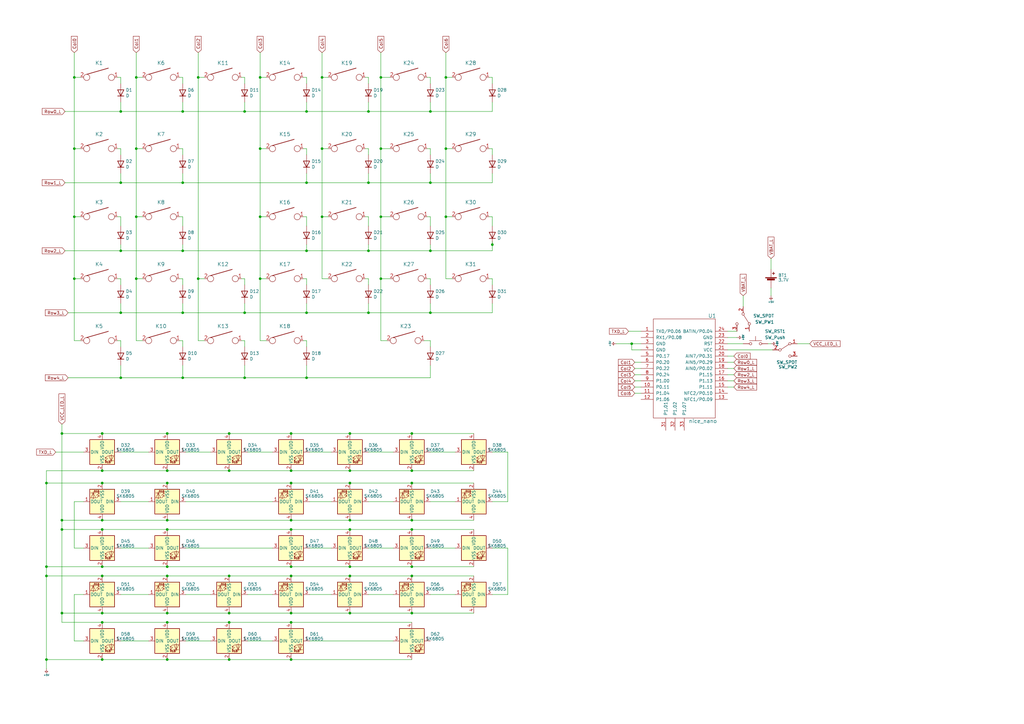
<source format=kicad_sch>
(kicad_sch (version 20230121) (generator eeschema)
  (paper "A3")
  (title_block (title "friendly_Split - Left") (date "2023-05-01") (rev "V1.0"))
  (junction (at 119.38 198.12))
  (junction (at 125.73 74.93))
  (junction (at 143.51 232.41))
  (junction (at 49.53 74.93))
  (junction (at 93.98 270.51))
  (junction (at 132.08 31.75))
  (junction (at 168.91 217.17))
  (junction (at 125.73 128.27))
  (junction (at 68.58 251.46))
  (junction (at 119.38 217.17))
  (junction (at 100.33 154.94))
  (junction (at 156.21 60.96))
  (junction (at 19.05 270.51))
  (junction (at 74.93 74.93))
  (junction (at 119.38 236.22))
  (junction (at 68.58 177.8))
  (junction (at 19.05 232.41))
  (junction (at 81.28 31.75))
  (junction (at 151.13 74.93))
  (junction (at 41.91 198.12))
  (junction (at 119.38 193.04))
  (junction (at 106.68 114.3))
  (junction (at 168.91 236.22))
  (junction (at 106.68 60.96))
  (junction (at 143.51 213.36))
  (junction (at 41.91 255.27))
  (junction (at 74.93 128.27))
  (junction (at 41.91 251.46))
  (junction (at 201.93 100.33))
  (junction (at 49.53 128.27))
  (junction (at 168.91 193.04))
  (junction (at 93.98 193.04))
  (junction (at 55.88 88.9))
  (junction (at 156.21 88.9))
  (junction (at 41.91 270.51))
  (junction (at 119.38 213.36))
  (junction (at 143.51 177.8))
  (junction (at 119.38 270.51))
  (junction (at 168.91 251.46))
  (junction (at 93.98 251.46))
  (junction (at 30.48 31.75))
  (junction (at 106.68 31.75))
  (junction (at 25.4 217.17))
  (junction (at 176.53 102.87))
  (junction (at 119.38 177.8))
  (junction (at 55.88 31.75))
  (junction (at 41.91 217.17))
  (junction (at 176.53 45.72))
  (junction (at 25.4 213.36))
  (junction (at 143.51 217.17))
  (junction (at 156.21 31.75))
  (junction (at 176.53 74.93))
  (junction (at 182.88 31.75))
  (junction (at 74.93 102.87))
  (junction (at 125.73 45.72))
  (junction (at 68.58 232.41))
  (junction (at 68.58 193.04))
  (junction (at 182.88 60.96))
  (junction (at 30.48 88.9))
  (junction (at 143.51 193.04))
  (junction (at 25.4 177.8))
  (junction (at 68.58 236.22))
  (junction (at 119.38 255.27))
  (junction (at 55.88 114.3))
  (junction (at 19.05 236.22))
  (junction (at 119.38 251.46))
  (junction (at 156.21 114.3))
  (junction (at 106.68 88.9))
  (junction (at 143.51 198.12))
  (junction (at 168.91 177.8))
  (junction (at 100.33 45.72))
  (junction (at 41.91 232.41))
  (junction (at 168.91 198.12))
  (junction (at 93.98 236.22))
  (junction (at 25.4 251.46))
  (junction (at 151.13 45.72))
  (junction (at 68.58 213.36))
  (junction (at 182.88 88.9))
  (junction (at 125.73 102.87))
  (junction (at 93.98 177.8))
  (junction (at 259.08 140.97))
  (junction (at 68.58 217.17))
  (junction (at 119.38 232.41))
  (junction (at 143.51 251.46))
  (junction (at 168.91 213.36))
  (junction (at 132.08 88.9))
  (junction (at 41.91 177.8))
  (junction (at 68.58 255.27))
  (junction (at 81.28 114.3))
  (junction (at 132.08 60.96))
  (junction (at 49.53 102.87))
  (junction (at 68.58 270.51))
  (junction (at 55.88 60.96))
  (junction (at 41.91 213.36))
  (junction (at 151.13 128.27))
  (junction (at 41.91 193.04))
  (junction (at 19.05 198.12))
  (junction (at 30.48 60.96))
  (junction (at 68.58 198.12))
  (junction (at 74.93 45.72))
  (junction (at 93.98 255.27))
  (junction (at 151.13 102.87))
  (junction (at 41.91 236.22))
  (junction (at 74.93 154.94))
  (junction (at 100.33 128.27))
  (junction (at 49.53 45.72))
  (junction (at 49.53 154.94))
  (junction (at 176.53 128.27))
  (junction (at 168.91 232.41))
  (junction (at 143.51 236.22))
  (junction (at 30.48 114.3))
  (junction (at 125.73 154.94))
  (wire (pts (xy 119.38 251.46) (xy 143.51 251.46)))
  (wire (pts (xy 19.05 198.12) (xy 19.05 232.41)))
  (wire (pts (xy 93.98 251.46) (xy 119.38 251.46)))
  (wire (pts (xy 41.91 177.8) (xy 68.58 177.8)))
  (wire (pts (xy 200.66 88.9) (xy 201.93 88.9)))
  (wire (pts (xy 151.13 128.27) (xy 125.73 128.27)))
  (wire (pts (xy 81.28 31.75) (xy 81.28 21.59)))
  (wire (pts (xy 262.89 143.51) (xy 259.08 143.51)))
  (wire (pts (xy 74.93 124.46) (xy 74.93 128.27)))
  (wire (pts (xy 151.13 185.42) (xy 161.29 185.42)))
  (wire (pts (xy 176.53 243.84) (xy 186.69 243.84)))
  (wire (pts (xy 74.93 41.91) (xy 74.93 45.72)))
  (wire (pts (xy 25.4 251.46) (xy 41.91 251.46)))
  (wire (pts (xy 125.73 41.91) (xy 125.73 45.72)))
  (wire (pts (xy 49.53 128.27) (xy 74.93 128.27)))
  (wire (pts (xy 49.53 224.79) (xy 60.96 224.79)))
  (wire (pts (xy 74.93 154.94) (xy 49.53 154.94)))
  (wire (pts (xy 176.53 124.46) (xy 176.53 128.27)))
  (wire (pts (xy 119.38 270.51) (xy 168.91 270.51)))
  (wire (pts (xy 260.35 156.21) (xy 262.89 156.21)))
  (wire (pts (xy 182.88 31.75) (xy 182.88 21.59)))
  (wire (pts (xy 58.42 139.7) (xy 55.88 139.7)))
  (wire (pts (xy 74.93 74.93) (xy 125.73 74.93)))
  (wire (pts (xy 109.22 139.7) (xy 106.68 139.7)))
  (wire (pts (xy 176.53 154.94) (xy 125.73 154.94)))
  (wire (pts (xy 151.13 124.46) (xy 151.13 128.27)))
  (wire (pts (xy 58.42 60.96) (xy 55.88 60.96)))
  (wire (pts (xy 175.26 88.9) (xy 176.53 88.9)))
  (wire (pts (xy 327.025 140.97) (xy 332.105 140.97)))
  (wire (pts (xy 125.73 102.87) (xy 151.13 102.87)))
  (wire (pts (xy 25.4 213.36) (xy 25.4 217.17)))
  (wire (pts (xy 49.53 114.3) (xy 49.53 116.84)))
  (wire (pts (xy 49.53 124.46) (xy 49.53 128.27)))
  (wire (pts (xy 176.53 71.12) (xy 176.53 74.93)))
  (wire (pts (xy 298.45 153.67) (xy 300.99 153.67)))
  (wire (pts (xy 201.93 114.3) (xy 201.93 116.84)))
  (wire (pts (xy 74.93 60.96) (xy 74.93 63.5)))
  (wire (pts (xy 33.02 31.75) (xy 30.48 31.75)))
  (wire (pts (xy 176.53 224.79) (xy 186.69 224.79)))
  (wire (pts (xy 125.73 60.96) (xy 125.73 63.5)))
  (wire (pts (xy 298.45 158.75) (xy 300.99 158.75)))
  (wire (pts (xy 99.06 31.75) (xy 100.33 31.75)))
  (wire (pts (xy 127 205.74) (xy 135.89 205.74)))
  (wire (pts (xy 106.68 88.9) (xy 106.68 60.96)))
  (wire (pts (xy 168.91 236.22) (xy 194.31 236.22)))
  (wire (pts (xy 176.53 41.91) (xy 176.53 45.72)))
  (wire (pts (xy 109.22 114.3) (xy 106.68 114.3)))
  (wire (pts (xy 74.93 45.72) (xy 100.33 45.72)))
  (wire (pts (xy 151.13 205.74) (xy 161.29 205.74)))
  (wire (pts (xy 158.75 139.7) (xy 156.21 139.7)))
  (wire (pts (xy 151.13 41.91) (xy 151.13 45.72)))
  (wire (pts (xy 201.93 71.12) (xy 201.93 74.93)))
  (wire (pts (xy 176.53 45.72) (xy 201.93 45.72)))
  (wire (pts (xy 176.53 205.74) (xy 186.69 205.74)))
  (wire (pts (xy 149.86 31.75) (xy 151.13 31.75)))
  (wire (pts (xy 106.68 139.7) (xy 106.68 114.3)))
  (wire (pts (xy 41.91 232.41) (xy 68.58 232.41)))
  (wire (pts (xy 19.05 232.41) (xy 41.91 232.41)))
  (wire (pts (xy 19.05 270.51) (xy 19.05 274.32)))
  (wire (pts (xy 30.48 31.75) (xy 30.48 21.59)))
  (wire (pts (xy 55.88 60.96) (xy 55.88 31.75)))
  (wire (pts (xy 41.91 251.46) (xy 68.58 251.46)))
  (wire (pts (xy 74.93 139.7) (xy 74.93 142.24)))
  (wire (pts (xy 143.51 177.8) (xy 168.91 177.8)))
  (wire (pts (xy 26.67 45.72) (xy 49.53 45.72)))
  (wire (pts (xy 68.58 232.41) (xy 119.38 232.41)))
  (wire (pts (xy 55.88 114.3) (xy 55.88 88.9)))
  (wire (pts (xy 143.51 213.36) (xy 168.91 213.36)))
  (wire (pts (xy 201.93 31.75) (xy 201.93 34.29)))
  (wire (pts (xy 76.2 262.89) (xy 86.36 262.89)))
  (wire (pts (xy 127 262.89) (xy 161.29 262.89)))
  (wire (pts (xy 260.35 148.59) (xy 262.89 148.59)))
  (wire (pts (xy 33.02 88.9) (xy 30.48 88.9)))
  (wire (pts (xy 25.4 251.46) (xy 25.4 255.27)))
  (wire (pts (xy 200.66 60.96) (xy 201.93 60.96)))
  (wire (pts (xy 168.91 251.46) (xy 194.31 251.46)))
  (wire (pts (xy 76.2 205.74) (xy 111.76 205.74)))
  (wire (pts (xy 83.82 114.3) (xy 81.28 114.3)))
  (wire (pts (xy 49.53 102.87) (xy 26.67 102.87)))
  (wire (pts (xy 58.42 114.3) (xy 55.88 114.3)))
  (wire (pts (xy 109.22 60.96) (xy 106.68 60.96)))
  (wire (pts (xy 30.48 60.96) (xy 30.48 88.9)))
  (wire (pts (xy 74.93 31.75) (xy 74.93 34.29)))
  (wire (pts (xy 201.93 124.46) (xy 201.93 128.27)))
  (wire (pts (xy 25.4 213.36) (xy 41.91 213.36)))
  (wire (pts (xy 106.68 60.96) (xy 106.68 31.75)))
  (wire (pts (xy 25.4 217.17) (xy 25.4 251.46)))
  (wire (pts (xy 134.62 31.75) (xy 132.08 31.75)))
  (wire (pts (xy 132.08 114.3) (xy 132.08 88.9)))
  (wire (pts (xy 208.28 243.84) (xy 201.93 243.84)))
  (wire (pts (xy 49.53 100.33) (xy 49.53 102.87)))
  (wire (pts (xy 149.86 114.3) (xy 151.13 114.3)))
  (wire (pts (xy 168.91 217.17) (xy 194.31 217.17)))
  (wire (pts (xy 55.88 88.9) (xy 55.88 60.96)))
  (wire (pts (xy 49.53 149.86) (xy 49.53 154.94)))
  (wire (pts (xy 176.53 102.87) (xy 201.93 102.87)))
  (wire (pts (xy 176.53 185.42) (xy 186.69 185.42)))
  (wire (pts (xy 125.73 31.75) (xy 125.73 34.29)))
  (wire (pts (xy 19.05 236.22) (xy 19.05 270.51)))
  (wire (pts (xy 151.13 71.12) (xy 151.13 74.93)))
  (wire (pts (xy 25.4 177.8) (xy 25.4 213.36)))
  (wire (pts (xy 160.02 88.9) (xy 156.21 88.9)))
  (wire (pts (xy 58.42 88.9) (xy 55.88 88.9)))
  (wire (pts (xy 19.05 193.04) (xy 41.91 193.04)))
  (wire (pts (xy 168.91 198.12) (xy 194.31 198.12)))
  (wire (pts (xy 151.13 100.33) (xy 151.13 102.87)))
  (wire (pts (xy 125.73 71.12) (xy 125.73 74.93)))
  (wire (pts (xy 176.53 88.9) (xy 176.53 92.71)))
  (wire (pts (xy 30.48 262.89) (xy 34.29 262.89)))
  (wire (pts (xy 68.58 198.12) (xy 119.38 198.12)))
  (wire (pts (xy 106.68 31.75) (xy 106.68 21.59)))
  (wire (pts (xy 124.46 114.3) (xy 125.73 114.3)))
  (wire (pts (xy 49.53 88.9) (xy 49.53 92.71)))
  (wire (pts (xy 151.13 60.96) (xy 151.13 63.5)))
  (wire (pts (xy 41.91 198.12) (xy 68.58 198.12)))
  (wire (pts (xy 49.53 139.7) (xy 49.53 142.24)))
  (wire (pts (xy 30.48 88.9) (xy 30.48 114.3)))
  (wire (pts (xy 76.2 243.84) (xy 86.36 243.84)))
  (wire (pts (xy 73.66 60.96) (xy 74.93 60.96)))
  (wire (pts (xy 143.51 232.41) (xy 168.91 232.41)))
  (wire (pts (xy 41.91 236.22) (xy 68.58 236.22)))
  (wire (pts (xy 109.22 31.75) (xy 106.68 31.75)))
  (wire (pts (xy 151.13 224.79) (xy 161.29 224.79)))
  (wire (pts (xy 19.05 270.51) (xy 41.91 270.51)))
  (wire (pts (xy 185.42 88.9) (xy 182.88 88.9)))
  (wire (pts (xy 143.51 251.46) (xy 168.91 251.46)))
  (wire (pts (xy 298.45 135.89) (xy 302.26 135.89)))
  (wire (pts (xy 74.93 71.12) (xy 74.93 74.93)))
  (wire (pts (xy 19.05 236.22) (xy 41.91 236.22)))
  (wire (pts (xy 119.38 236.22) (xy 143.51 236.22)))
  (wire (pts (xy 76.2 224.79) (xy 111.76 224.79)))
  (wire (pts (xy 168.91 232.41) (xy 194.31 232.41)))
  (wire (pts (xy 125.73 45.72) (xy 151.13 45.72)))
  (wire (pts (xy 125.73 149.86) (xy 125.73 154.94)))
  (wire (pts (xy 100.33 139.7) (xy 100.33 142.24)))
  (wire (pts (xy 316.23 118.11) (xy 316.23 121.285)))
  (wire (pts (xy 73.66 139.7) (xy 74.93 139.7)))
  (wire (pts (xy 73.66 114.3) (xy 74.93 114.3)))
  (wire (pts (xy 314.96 140.97) (xy 316.23 140.97)))
  (wire (pts (xy 48.26 31.75) (xy 49.53 31.75)))
  (wire (pts (xy 259.08 140.97) (xy 252.73 140.97)))
  (wire (pts (xy 134.62 60.96) (xy 132.08 60.96)))
  (wire (pts (xy 76.2 185.42) (xy 86.36 185.42)))
  (wire (pts (xy 125.73 114.3) (xy 125.73 116.84)))
  (wire (pts (xy 30.48 205.74) (xy 30.48 224.79)))
  (wire (pts (xy 143.51 217.17) (xy 168.91 217.17)))
  (wire (pts (xy 168.91 213.36) (xy 194.31 213.36)))
  (wire (pts (xy 127 243.84) (xy 135.89 243.84)))
  (wire (pts (xy 30.48 114.3) (xy 30.48 139.7)))
  (wire (pts (xy 68.58 270.51) (xy 93.98 270.51)))
  (wire (pts (xy 260.35 161.29) (xy 262.89 161.29)))
  (wire (pts (xy 156.21 88.9) (xy 156.21 60.96)))
  (wire (pts (xy 125.73 102.87) (xy 74.93 102.87)))
  (wire (pts (xy 93.98 177.8) (xy 119.38 177.8)))
  (wire (pts (xy 298.45 140.97) (xy 304.8 140.97)))
  (wire (pts (xy 127 185.42) (xy 135.89 185.42)))
  (wire (pts (xy 160.02 60.96) (xy 156.21 60.96)))
  (wire (pts (xy 151.13 114.3) (xy 151.13 116.84)))
  (wire (pts (xy 68.58 236.22) (xy 93.98 236.22)))
  (wire (pts (xy 30.48 31.75) (xy 30.48 60.96)))
  (wire (pts (xy 41.91 217.17) (xy 68.58 217.17)))
  (wire (pts (xy 74.93 128.27) (xy 100.33 128.27)))
  (wire (pts (xy 119.38 255.27) (xy 168.91 255.27)))
  (wire (pts (xy 33.02 60.96) (xy 30.48 60.96)))
  (wire (pts (xy 176.53 139.7) (xy 176.53 142.24)))
  (wire (pts (xy 119.38 232.41) (xy 143.51 232.41)))
  (wire (pts (xy 200.66 114.3) (xy 201.93 114.3)))
  (wire (pts (xy 125.73 154.94) (xy 100.33 154.94)))
  (wire (pts (xy 48.26 60.96) (xy 49.53 60.96)))
  (wire (pts (xy 49.53 243.84) (xy 60.96 243.84)))
  (wire (pts (xy 125.73 100.33) (xy 125.73 102.87)))
  (wire (pts (xy 83.82 139.7) (xy 81.28 139.7)))
  (wire (pts (xy 22.86 185.42) (xy 34.29 185.42)))
  (wire (pts (xy 41.91 270.51) (xy 68.58 270.51)))
  (wire (pts (xy 156.21 139.7) (xy 156.21 114.3)))
  (wire (pts (xy 74.93 149.86) (xy 74.93 154.94)))
  (wire (pts (xy 49.53 41.91) (xy 49.53 45.72)))
  (wire (pts (xy 74.93 102.87) (xy 49.53 102.87)))
  (wire (pts (xy 175.26 60.96) (xy 176.53 60.96)))
  (wire (pts (xy 119.38 213.36) (xy 143.51 213.36)))
  (wire (pts (xy 208.28 185.42) (xy 208.28 205.74)))
  (wire (pts (xy 143.51 193.04) (xy 168.91 193.04)))
  (wire (pts (xy 262.89 140.97) (xy 259.08 140.97)))
  (wire (pts (xy 176.53 60.96) (xy 176.53 63.5)))
  (wire (pts (xy 175.26 31.75) (xy 176.53 31.75)))
  (wire (pts (xy 19.05 198.12) (xy 41.91 198.12)))
  (wire (pts (xy 25.4 177.8) (xy 41.91 177.8)))
  (wire (pts (xy 49.53 60.96) (xy 49.53 63.5)))
  (wire (pts (xy 151.13 243.84) (xy 161.29 243.84)))
  (wire (pts (xy 149.86 88.9) (xy 151.13 88.9)))
  (wire (pts (xy 149.86 60.96) (xy 151.13 60.96)))
  (wire (pts (xy 125.73 128.27) (xy 100.33 128.27)))
  (wire (pts (xy 119.38 177.8) (xy 143.51 177.8)))
  (wire (pts (xy 176.53 31.75) (xy 176.53 34.29)))
  (wire (pts (xy 298.45 156.21) (xy 300.99 156.21)))
  (wire (pts (xy 201.93 100.33) (xy 201.93 102.87)))
  (wire (pts (xy 119.38 193.04) (xy 143.51 193.04)))
  (wire (pts (xy 156.21 114.3) (xy 156.21 88.9)))
  (wire (pts (xy 68.58 213.36) (xy 119.38 213.36)))
  (wire (pts (xy 156.21 31.75) (xy 156.21 21.59)))
  (wire (pts (xy 93.98 193.04) (xy 119.38 193.04)))
  (wire (pts (xy 81.28 139.7) (xy 81.28 114.3)))
  (wire (pts (xy 41.91 193.04) (xy 68.58 193.04)))
  (wire (pts (xy 298.45 138.43) (xy 302.26 138.43)))
  (wire (pts (xy 124.46 88.9) (xy 125.73 88.9)))
  (wire (pts (xy 134.62 88.9) (xy 132.08 88.9)))
  (wire (pts (xy 100.33 41.91) (xy 100.33 45.72)))
  (wire (pts (xy 201.93 99.06) (xy 201.93 100.33)))
  (wire (pts (xy 168.91 177.8) (xy 194.31 177.8)))
  (wire (pts (xy 33.02 139.7) (xy 30.48 139.7)))
  (wire (pts (xy 156.21 60.96) (xy 156.21 31.75)))
  (wire (pts (xy 100.33 154.94) (xy 74.93 154.94)))
  (wire (pts (xy 101.6 243.84) (xy 111.76 243.84)))
  (wire (pts (xy 19.05 232.41) (xy 19.05 236.22)))
  (wire (pts (xy 132.08 60.96) (xy 132.08 31.75)))
  (wire (pts (xy 125.73 124.46) (xy 125.73 128.27)))
  (wire (pts (xy 143.51 198.12) (xy 168.91 198.12)))
  (wire (pts (xy 125.73 139.7) (xy 125.73 142.24)))
  (wire (pts (xy 99.06 139.7) (xy 100.33 139.7)))
  (wire (pts (xy 143.51 236.22) (xy 168.91 236.22)))
  (wire (pts (xy 109.22 88.9) (xy 106.68 88.9)))
  (wire (pts (xy 41.91 213.36) (xy 68.58 213.36)))
  (wire (pts (xy 73.66 88.9) (xy 74.93 88.9)))
  (wire (pts (xy 176.53 128.27) (xy 151.13 128.27)))
  (wire (pts (xy 49.53 185.42) (xy 60.96 185.42)))
  (wire (pts (xy 93.98 236.22) (xy 119.38 236.22)))
  (wire (pts (xy 259.08 143.51) (xy 259.08 140.97)))
  (wire (pts (xy 49.53 71.12) (xy 49.53 74.93)))
  (wire (pts (xy 25.4 255.27) (xy 41.91 255.27)))
  (wire (pts (xy 160.02 114.3) (xy 156.21 114.3)))
  (wire (pts (xy 200.66 31.75) (xy 201.93 31.75)))
  (wire (pts (xy 132.08 31.75) (xy 132.08 21.59)))
  (wire (pts (xy 25.4 173.99) (xy 25.4 177.8)))
  (wire (pts (xy 151.13 102.87) (xy 176.53 102.87)))
  (wire (pts (xy 176.53 114.3) (xy 176.53 116.84)))
  (wire (pts (xy 55.88 139.7) (xy 55.88 114.3)))
  (wire (pts (xy 100.33 31.75) (xy 100.33 34.29)))
  (wire (pts (xy 151.13 31.75) (xy 151.13 34.29)))
  (wire (pts (xy 100.33 124.46) (xy 100.33 128.27)))
  (wire (pts (xy 260.35 153.67) (xy 262.89 153.67)))
  (wire (pts (xy 298.45 148.59) (xy 300.99 148.59)))
  (wire (pts (xy 68.58 217.17) (xy 119.38 217.17)))
  (wire (pts (xy 48.26 114.3) (xy 49.53 114.3)))
  (wire (pts (xy 30.48 224.79) (xy 34.29 224.79)))
  (wire (pts (xy 119.38 198.12) (xy 143.51 198.12)))
  (wire (pts (xy 124.46 31.75) (xy 125.73 31.75)))
  (wire (pts (xy 201.93 41.91) (xy 201.93 45.72)))
  (wire (pts (xy 173.99 139.7) (xy 176.53 139.7)))
  (wire (pts (xy 74.93 100.33) (xy 74.93 102.87)))
  (wire (pts (xy 185.42 114.3) (xy 182.88 114.3)))
  (wire (pts (xy 101.6 185.42) (xy 111.76 185.42)))
  (wire (pts (xy 208.28 224.79) (xy 208.28 243.84)))
  (wire (pts (xy 151.13 45.72) (xy 176.53 45.72)))
  (wire (pts (xy 185.42 31.75) (xy 182.88 31.75)))
  (wire (pts (xy 30.48 243.84) (xy 30.48 262.89)))
  (wire (pts (xy 48.26 139.7) (xy 49.53 139.7)))
  (wire (pts (xy 201.93 88.9) (xy 201.93 92.71)))
  (wire (pts (xy 25.4 217.17) (xy 41.91 217.17)))
  (wire (pts (xy 201.93 185.42) (xy 208.28 185.42)))
  (wire (pts (xy 201.93 60.96) (xy 201.93 63.5)))
  (wire (pts (xy 49.53 31.75) (xy 49.53 34.29)))
  (wire (pts (xy 127 224.79) (xy 135.89 224.79)))
  (wire (pts (xy 100.33 45.72) (xy 125.73 45.72)))
  (wire (pts (xy 151.13 74.93) (xy 176.53 74.93)))
  (wire (pts (xy 55.88 31.75) (xy 55.88 21.59)))
  (wire (pts (xy 48.26 88.9) (xy 49.53 88.9)))
  (wire (pts (xy 27.94 128.27) (xy 49.53 128.27)))
  (wire (pts (xy 68.58 193.04) (xy 93.98 193.04)))
  (wire (pts (xy 100.33 149.86) (xy 100.33 154.94)))
  (wire (pts (xy 208.28 205.74) (xy 201.93 205.74)))
  (wire (pts (xy 73.66 31.75) (xy 74.93 31.75)))
  (wire (pts (xy 182.88 114.3) (xy 182.88 88.9)))
  (wire (pts (xy 125.73 88.9) (xy 125.73 92.71)))
  (wire (pts (xy 68.58 255.27) (xy 93.98 255.27)))
  (wire (pts (xy 176.53 100.33) (xy 176.53 102.87)))
  (wire (pts (xy 34.29 205.74) (xy 30.48 205.74)))
  (wire (pts (xy 132.08 88.9) (xy 132.08 60.96)))
  (wire (pts (xy 93.98 255.27) (xy 119.38 255.27)))
  (wire (pts (xy 58.42 31.75) (xy 55.88 31.75)))
  (wire (pts (xy 201.93 224.79) (xy 208.28 224.79)))
  (wire (pts (xy 99.06 114.3) (xy 100.33 114.3)))
  (wire (pts (xy 151.13 88.9) (xy 151.13 92.71)))
  (wire (pts (xy 74.93 88.9) (xy 74.93 92.71)))
  (wire (pts (xy 49.53 154.94) (xy 27.94 154.94)))
  (wire (pts (xy 182.88 88.9) (xy 182.88 60.96)))
  (wire (pts (xy 304.8 121.285) (xy 304.8 125.73)))
  (wire (pts (xy 298.45 151.13) (xy 300.99 151.13)))
  (wire (pts (xy 74.93 114.3) (xy 74.93 116.84)))
  (wire (pts (xy 68.58 177.8) (xy 93.98 177.8)))
  (wire (pts (xy 93.98 270.51) (xy 119.38 270.51)))
  (wire (pts (xy 175.26 114.3) (xy 176.53 114.3)))
  (wire (pts (xy 182.88 60.96) (xy 182.88 31.75)))
  (wire (pts (xy 260.35 151.13) (xy 262.89 151.13)))
  (wire (pts (xy 298.45 146.05) (xy 300.99 146.05)))
  (wire (pts (xy 34.29 243.84) (xy 30.48 243.84)))
  (wire (pts (xy 26.67 74.93) (xy 49.53 74.93)))
  (wire (pts (xy 41.91 255.27) (xy 68.58 255.27)))
  (wire (pts (xy 260.35 158.75) (xy 262.89 158.75)))
  (wire (pts (xy 19.05 193.04) (xy 19.05 198.12)))
  (wire (pts (xy 33.02 114.3) (xy 30.48 114.3)))
  (wire (pts (xy 124.46 139.7) (xy 125.73 139.7)))
  (wire (pts (xy 49.53 45.72) (xy 74.93 45.72)))
  (wire (pts (xy 176.53 149.86) (xy 176.53 154.94)))
  (wire (pts (xy 316.23 106.045) (xy 316.23 110.49)))
  (wire (pts (xy 68.58 251.46) (xy 93.98 251.46)))
  (wire (pts (xy 176.53 74.93) (xy 201.93 74.93)))
  (wire (pts (xy 49.53 74.93) (xy 74.93 74.93)))
  (wire (pts (xy 201.93 128.27) (xy 176.53 128.27)))
  (wire (pts (xy 119.38 217.17) (xy 143.51 217.17)))
  (wire (pts (xy 106.68 114.3) (xy 106.68 88.9)))
  (wire (pts (xy 160.02 31.75) (xy 156.21 31.75)))
  (wire (pts (xy 168.91 193.04) (xy 194.31 193.04)))
  (wire (pts (xy 49.53 205.74) (xy 60.96 205.74)))
  (wire (pts (xy 81.28 114.3) (xy 81.28 31.75)))
  (wire (pts (xy 257.81 135.89) (xy 262.89 135.89)))
  (wire (pts (xy 298.45 143.51) (xy 316.865 143.51)))
  (wire (pts (xy 125.73 74.93) (xy 151.13 74.93)))
  (wire (pts (xy 100.33 114.3) (xy 100.33 116.84)))
  (wire (pts (xy 49.53 262.89) (xy 60.96 262.89)))
  (wire (pts (xy 101.6 262.89) (xy 111.76 262.89)))
  (wire (pts (xy 185.42 60.96) (xy 182.88 60.96)))
  (wire (pts (xy 124.46 60.96) (xy 125.73 60.96)))
  (wire (pts (xy 83.82 31.75) (xy 81.28 31.75)))
  (wire (pts (xy 134.62 114.3) (xy 132.08 114.3)))
  (global_label "VCC_LED_L" (shape input) (at 332.105 140.97 0) (property "Intersheetrefs" "${INTERSHEET_REFS}" (effects hide)))
  (global_label "Col0" (shape input) (at 300.99 146.05 0) (property "Intersheetrefs" "${INTERSHEET_REFS}" (effects hide)))
  (global_label "Col6" (shape input) (at 260.35 161.29 180) (property "Intersheetrefs" "${INTERSHEET_REFS}" (effects hide)))
  (global_label "Col5" (shape input) (at 260.35 158.75 180) (property "Intersheetrefs" "${INTERSHEET_REFS}" (effects hide)))
  (global_label "Row2_L" (shape input) (at 300.99 153.67 0) (property "Intersheetrefs" "${INTERSHEET_REFS}" (effects hide)))
  (global_label "Col6" (shape input) (at 182.88 21.59 90) (property "Intersheetrefs" "${INTERSHEET_REFS}" (effects hide)))
  (global_label "VCC_LED_L" (shape input) (at 25.4 173.99 90) (property "Intersheetrefs" "${INTERSHEET_REFS}" (effects hide)))
  (global_label "Row1_L" (shape input) (at 26.67 74.93 180) (property "Intersheetrefs" "${INTERSHEET_REFS}" (effects hide)))
  (global_label "Row3_L" (shape input) (at 27.94 128.27 180) (property "Intersheetrefs" "${INTERSHEET_REFS}" (effects hide)))
  (global_label "Col2" (shape input) (at 81.28 21.59 90) (property "Intersheetrefs" "${INTERSHEET_REFS}" (effects hide)))
  (global_label "Row1_L" (shape input) (at 300.99 151.13 0) (property "Intersheetrefs" "${INTERSHEET_REFS}" (effects hide)))
  (global_label "Col1" (shape input) (at 55.88 21.59 90) (property "Intersheetrefs" "${INTERSHEET_REFS}" (effects hide)))
  (global_label "Col4" (shape input) (at 260.35 156.21 180) (property "Intersheetrefs" "${INTERSHEET_REFS}" (effects hide)))
  (global_label "Col3" (shape input) (at 260.35 153.67 180) (property "Intersheetrefs" "${INTERSHEET_REFS}" (effects hide)))
  (global_label "TXD_L" (shape input) (at 257.81 135.89 180) (property "Intersheetrefs" "${INTERSHEET_REFS}" (effects hide)))
  (global_label "Col5" (shape input) (at 156.21 21.59 90) (property "Intersheetrefs" "${INTERSHEET_REFS}" (effects hide)))
  (global_label "VBAT_L" (shape input) (at 316.23 106.045 90) (property "Intersheetrefs" "${INTERSHEET_REFS}" (effects hide)))
  (global_label "Col2" (shape input) (at 260.35 151.13 180) (property "Intersheetrefs" "${INTERSHEET_REFS}" (effects hide)))
  (global_label "VBAT_L" (shape input) (at 304.8 121.285 90) (property "Intersheetrefs" "${INTERSHEET_REFS}" (effects hide)))
  (global_label "Row0_L" (shape input) (at 26.67 45.72 180) (property "Intersheetrefs" "${INTERSHEET_REFS}" (effects hide)))
  (global_label "Col1" (shape input) (at 260.35 148.59 180) (property "Intersheetrefs" "${INTERSHEET_REFS}" (effects hide)))
  (global_label "Col4" (shape input) (at 132.08 21.59 90) (property "Intersheetrefs" "${INTERSHEET_REFS}" (effects hide)))
  (global_label "Col3" (shape input) (at 106.68 21.59 90) (property "Intersheetrefs" "${INTERSHEET_REFS}" (effects hide)))
  (global_label "Row4_L" (shape input) (at 300.99 158.75 0) (property "Intersheetrefs" "${INTERSHEET_REFS}" (effects hide)))
  (global_label "Col0" (shape input) (at 30.48 21.59 90) (property "Intersheetrefs" "${INTERSHEET_REFS}" (effects hide)))
  (global_label "Row0_L" (shape input) (at 300.99 148.59 0) (property "Intersheetrefs" "${INTERSHEET_REFS}" (effects hide)))
  (global_label "Row2_L" (shape input) (at 26.67 102.87 180) (property "Intersheetrefs" "${INTERSHEET_REFS}" (effects hide)))
  (global_label "TXD_L" (shape input) (at 22.86 185.42 180) (property "Intersheetrefs" "${INTERSHEET_REFS}" (effects hide)))
  (global_label "Row4_L" (shape input) (at 27.94 154.94 180) (property "Intersheetrefs" "${INTERSHEET_REFS}" (effects hide)))
  (global_label "Row3_L" (shape input) (at 300.99 156.21 0) (property "Intersheetrefs" "${INTERSHEET_REFS}" (effects hide)))
  (symbol (lib_id "nice_nano:nice_nano") (at 280.67 149.86 0) (unit 1)
    (property "Reference" "U1" (at 292.1 129.54 0) (effects (font (size 1.524 1.524))))
    (property "Value" "nice_nano" (at 288.29 172.72 0) (effects (font (size 1.524 1.524))))
    (property "Footprint" "nice-nano-kicad:nice_nano_mod" (effects hide))
  )
  (symbol (lib_id "friendlySplit_left-rescue:GND-keyboard_parts") (at 252.73 140.97 270) (unit 1)
    (property "Reference" "#PWR0101" (effects hide))
    (property "Value" "GND" (at 250.19 140.97 0) (effects (font (size 0.762 0.762))))
  )
  (symbol (lib_id "friendlySplit_left-rescue:GND-keyboard_parts") (at 302.26 138.43 90) (unit 1)
    (property "Reference" "#PWR0102" (effects hide))
    (property "Value" "GND" (at 304.8 138.43 0) (effects (font (size 0.762 0.762))))
  )
  (symbol (lib_id "friendlySplit_left-rescue:KEYSW-keyboard_parts") (at 40.64 31.75 0) (unit 1)
    (property "Reference" "K1" (at 40.64 25.8318 0) (effects (font (size 1.524 1.524))))
    (property "Value" "KEYSW" (effects hide))
    (property "Footprint" "PCM_Switch_Keyboard_Kailh:SW_Kailh_Choc_V1V2_1.00u" (effects hide))
  )
  (symbol (lib_id "Device:D") (at 49.53 38.1 90) (unit 1)
    (property "Reference" "D1" (at 51.562 36.9316 90) (effects (justify right)))
    (property "Value" "D" (at 51.562 39.243 90) (effects (justify right)))
    (property "Footprint" "Diode_SMD:D_SOD-123" (effects hide))
  )
  (symbol (lib_id "friendlySplit_left-rescue:KEYSW-keyboard_parts") (at 66.04 31.75 0) (unit 1)
    (property "Reference" "K6" (at 66.04 25.8318 0) (effects (font (size 1.524 1.524))))
    (property "Value" "KEYSW" (effects hide))
    (property "Footprint" "PCM_Switch_Keyboard_Kailh:SW_Kailh_Choc_V1V2_1.00u" (effects hide))
  )
  (symbol (lib_id "friendlySplit_left-rescue:KEYSW-keyboard_parts") (at 91.44 31.75 0) (unit 1)
    (property "Reference" "K11" (at 91.44 25.8318 0) (effects (font (size 1.524 1.524))))
    (property "Value" "KEYSW" (effects hide))
    (property "Footprint" "PCM_Switch_Keyboard_Kailh:SW_Kailh_Choc_V1V2_1.00u" (effects hide))
  )
  (symbol (lib_id "friendlySplit_left-rescue:KEYSW-keyboard_parts") (at 116.84 31.75 0) (unit 1)
    (property "Reference" "K14" (at 116.84 25.8318 0) (effects (font (size 1.524 1.524))))
    (property "Value" "KEYSW" (effects hide))
    (property "Footprint" "PCM_Switch_Keyboard_Kailh:SW_Kailh_Choc_V1V2_1.00u" (effects hide))
  )
  (symbol (lib_id "friendlySplit_left-rescue:KEYSW-keyboard_parts") (at 142.24 31.75 0) (unit 1)
    (property "Reference" "K19" (at 142.24 25.8318 0) (effects (font (size 1.524 1.524))))
    (property "Value" "KEYSW" (effects hide))
    (property "Footprint" "PCM_Switch_Keyboard_Kailh:SW_Kailh_Choc_V1V2_1.00u" (effects hide))
  )
  (symbol (lib_id "friendlySplit_left-rescue:KEYSW-keyboard_parts") (at 167.64 31.75 0) (unit 1)
    (property "Reference" "K24" (at 167.64 25.8318 0) (effects (font (size 1.524 1.524))))
    (property "Value" "KEYSW" (effects hide))
    (property "Footprint" "PCM_Switch_Keyboard_Kailh:SW_Kailh_Choc_V1V2_1.00u" (effects hide))
  )
  (symbol (lib_id "friendlySplit_left-rescue:KEYSW-keyboard_parts") (at 193.04 31.75 0) (unit 1)
    (property "Reference" "K28" (at 193.04 25.8318 0) (effects (font (size 1.524 1.524))))
    (property "Value" "KEYSW" (effects hide))
    (property "Footprint" "PCM_Switch_Keyboard_Kailh:SW_Kailh_Choc_V1V2_1.00u" (effects hide))
  )
  (symbol (lib_id "Device:D") (at 74.93 38.1 90) (unit 1)
    (property "Reference" "D6" (at 76.962 36.9316 90) (effects (justify right)))
    (property "Value" "D" (at 76.962 39.243 90) (effects (justify right)))
    (property "Footprint" "Diode_SMD:D_SOD-123" (effects hide))
  )
  (symbol (lib_id "Device:D") (at 100.33 38.1 90) (unit 1)
    (property "Reference" "D11" (at 102.362 36.9316 90) (effects (justify right)))
    (property "Value" "D" (at 102.362 39.243 90) (effects (justify right)))
    (property "Footprint" "Diode_SMD:D_SOD-123" (effects hide))
  )
  (symbol (lib_id "Device:D") (at 125.73 38.1 90) (unit 1)
    (property "Reference" "D14" (at 127.762 36.9316 90) (effects (justify right)))
    (property "Value" "D" (at 127.762 39.243 90) (effects (justify right)))
    (property "Footprint" "Diode_SMD:D_SOD-123" (effects hide))
  )
  (symbol (lib_id "Device:D") (at 151.13 38.1 90) (unit 1)
    (property "Reference" "D19" (at 153.162 36.9316 90) (effects (justify right)))
    (property "Value" "D" (at 153.162 39.243 90) (effects (justify right)))
    (property "Footprint" "Diode_SMD:D_SOD-123" (effects hide))
  )
  (symbol (lib_id "Device:D") (at 176.53 38.1 90) (unit 1)
    (property "Reference" "D23" (at 178.562 36.9316 90) (effects (justify right)))
    (property "Value" "D" (at 178.562 39.243 90) (effects (justify right)))
    (property "Footprint" "Diode_SMD:D_SOD-123" (effects hide))
  )
  (symbol (lib_id "Device:D") (at 201.93 38.1 90) (unit 1)
    (property "Reference" "D28" (at 203.962 36.9316 90) (effects (justify right)))
    (property "Value" "D" (at 203.962 39.243 90) (effects (justify right)))
    (property "Footprint" "Diode_SMD:D_SOD-123" (effects hide))
  )
  (symbol (lib_id "friendlySplit_left-rescue:KEYSW-keyboard_parts") (at 40.64 60.96 0) (unit 1)
    (property "Reference" "K2" (at 40.64 55.0418 0) (effects (font (size 1.524 1.524))))
    (property "Value" "KEYSW" (effects hide))
    (property "Footprint" "PCM_Switch_Keyboard_Kailh:SW_Kailh_Choc_V1V2_1.50u" (effects hide))
  )
  (symbol (lib_id "Device:D") (at 49.53 67.31 90) (unit 1)
    (property "Reference" "D2" (at 51.562 66.1416 90) (effects (justify right)))
    (property "Value" "D" (at 51.562 68.453 90) (effects (justify right)))
    (property "Footprint" "Diode_SMD:D_SOD-123" (effects hide))
  )
  (symbol (lib_id "friendlySplit_left-rescue:KEYSW-keyboard_parts") (at 66.04 60.96 0) (unit 1)
    (property "Reference" "K7" (at 66.04 55.0418 0) (effects (font (size 1.524 1.524))))
    (property "Value" "KEYSW" (effects hide))
    (property "Footprint" "PCM_Switch_Keyboard_Kailh:SW_Kailh_Choc_V1V2_1.00u" (effects hide))
  )
  (symbol (lib_id "friendlySplit_left-rescue:KEYSW-keyboard_parts") (at 116.84 60.96 0) (unit 1)
    (property "Reference" "K15" (at 116.84 55.0418 0) (effects (font (size 1.524 1.524))))
    (property "Value" "KEYSW" (effects hide))
    (property "Footprint" "PCM_Switch_Keyboard_Kailh:SW_Kailh_Choc_V1V2_1.00u" (effects hide))
  )
  (symbol (lib_id "friendlySplit_left-rescue:KEYSW-keyboard_parts") (at 142.24 60.96 0) (unit 1)
    (property "Reference" "K20" (at 142.24 55.0418 0) (effects (font (size 1.524 1.524))))
    (property "Value" "KEYSW" (effects hide))
    (property "Footprint" "PCM_Switch_Keyboard_Kailh:SW_Kailh_Choc_V1V2_1.00u" (effects hide))
  )
  (symbol (lib_id "friendlySplit_left-rescue:KEYSW-keyboard_parts") (at 167.64 60.96 0) (unit 1)
    (property "Reference" "K25" (at 167.64 55.0418 0) (effects (font (size 1.524 1.524))))
    (property "Value" "KEYSW" (effects hide))
    (property "Footprint" "PCM_Switch_Keyboard_Kailh:SW_Kailh_Choc_V1V2_1.00u" (effects hide))
  )
  (symbol (lib_id "friendlySplit_left-rescue:KEYSW-keyboard_parts") (at 193.04 60.96 0) (unit 1)
    (property "Reference" "K29" (at 193.04 55.0418 0) (effects (font (size 1.524 1.524))))
    (property "Value" "KEYSW" (effects hide))
    (property "Footprint" "PCM_Switch_Keyboard_Kailh:SW_Kailh_Choc_V1V2_1.00u" (effects hide))
  )
  (symbol (lib_id "Device:D") (at 74.93 67.31 90) (unit 1)
    (property "Reference" "D7" (at 76.962 66.1416 90) (effects (justify right)))
    (property "Value" "D" (at 76.962 68.453 90) (effects (justify right)))
    (property "Footprint" "Diode_SMD:D_SOD-123" (effects hide))
  )
  (symbol (lib_id "Device:D") (at 125.73 67.31 90) (unit 1)
    (property "Reference" "D15" (at 127.762 66.1416 90) (effects (justify right)))
    (property "Value" "D" (at 127.762 68.453 90) (effects (justify right)))
    (property "Footprint" "Diode_SMD:D_SOD-123" (effects hide))
  )
  (symbol (lib_id "Device:D") (at 151.13 67.31 90) (unit 1)
    (property "Reference" "D20" (at 153.162 66.1416 90) (effects (justify right)))
    (property "Value" "D" (at 153.162 68.453 90) (effects (justify right)))
    (property "Footprint" "Diode_SMD:D_SOD-123" (effects hide))
  )
  (symbol (lib_id "Device:D") (at 176.53 67.31 90) (unit 1)
    (property "Reference" "D24" (at 178.562 66.1416 90) (effects (justify right)))
    (property "Value" "D" (at 178.562 68.453 90) (effects (justify right)))
    (property "Footprint" "Diode_SMD:D_SOD-123" (effects hide))
  )
  (symbol (lib_id "Device:D") (at 201.93 67.31 90) (unit 1)
    (property "Reference" "D29" (at 203.962 66.1416 90) (effects (justify right)))
    (property "Value" "D" (at 203.962 68.453 90) (effects (justify right)))
    (property "Footprint" "Diode_SMD:D_SOD-123" (effects hide))
  )
  (symbol (lib_id "friendlySplit_left-rescue:KEYSW-keyboard_parts") (at 40.64 88.9 0) (unit 1)
    (property "Reference" "K3" (at 40.64 82.9818 0) (effects (font (size 1.524 1.524))))
    (property "Value" "KEYSW" (effects hide))
    (property "Footprint" "PCM_Switch_Keyboard_Kailh:SW_Kailh_Choc_V1V2_1.75u" (effects hide))
  )
  (symbol (lib_id "Device:D") (at 49.53 96.52 90) (unit 1)
    (property "Reference" "D3" (at 51.562 95.3516 90) (effects (justify right)))
    (property "Value" "D" (at 51.562 97.663 90) (effects (justify right)))
    (property "Footprint" "Diode_SMD:D_SOD-123" (effects hide))
  )
  (symbol (lib_id "friendlySplit_left-rescue:KEYSW-keyboard_parts") (at 66.04 88.9 0) (unit 1)
    (property "Reference" "K8" (at 66.04 82.9818 0) (effects (font (size 1.524 1.524))))
    (property "Value" "KEYSW" (effects hide))
    (property "Footprint" "PCM_Switch_Keyboard_Kailh:SW_Kailh_Choc_V1V2_1.00u" (effects hide))
  )
  (symbol (lib_id "friendlySplit_left-rescue:KEYSW-keyboard_parts") (at 116.84 88.9 0) (unit 1)
    (property "Reference" "K16" (at 116.84 82.9818 0) (effects (font (size 1.524 1.524))))
    (property "Value" "KEYSW" (effects hide))
    (property "Footprint" "PCM_Switch_Keyboard_Kailh:SW_Kailh_Choc_V1V2_1.00u" (effects hide))
  )
  (symbol (lib_id "friendlySplit_left-rescue:KEYSW-keyboard_parts") (at 142.24 88.9 0) (unit 1)
    (property "Reference" "K21" (at 142.24 82.9818 0) (effects (font (size 1.524 1.524))))
    (property "Value" "KEYSW" (effects hide))
    (property "Footprint" "PCM_Switch_Keyboard_Kailh:SW_Kailh_Choc_V1V2_1.00u" (effects hide))
  )
  (symbol (lib_id "friendlySplit_left-rescue:KEYSW-keyboard_parts") (at 167.64 88.9 0) (unit 1)
    (property "Reference" "K26" (at 167.64 82.9818 0) (effects (font (size 1.524 1.524))))
    (property "Value" "KEYSW" (effects hide))
    (property "Footprint" "PCM_Switch_Keyboard_Kailh:SW_Kailh_Choc_V1V2_1.00u" (effects hide))
  )
  (symbol (lib_id "friendlySplit_left-rescue:KEYSW-keyboard_parts") (at 193.04 88.9 0) (unit 1)
    (property "Reference" "K30" (at 193.04 82.9818 0) (effects (font (size 1.524 1.524))))
    (property "Value" "KEYSW" (effects hide))
    (property "Footprint" "PCM_Switch_Keyboard_Kailh:SW_Kailh_Choc_V1V2_1.00u" (effects hide))
  )
  (symbol (lib_id "Device:D") (at 74.93 96.52 90) (unit 1)
    (property "Reference" "D8" (at 76.962 95.3516 90) (effects (justify right)))
    (property "Value" "D" (at 76.962 97.663 90) (effects (justify right)))
    (property "Footprint" "Diode_SMD:D_SOD-123" (effects hide))
  )
  (symbol (lib_id "Device:D") (at 125.73 96.52 90) (unit 1)
    (property "Reference" "D16" (at 127.762 95.3516 90) (effects (justify right)))
    (property "Value" "D" (at 127.762 97.663 90) (effects (justify right)))
    (property "Footprint" "Diode_SMD:D_SOD-123" (effects hide))
  )
  (symbol (lib_id "Device:D") (at 151.13 96.52 90) (unit 1)
    (property "Reference" "D21" (at 153.162 95.3516 90) (effects (justify right)))
    (property "Value" "D" (at 153.162 97.663 90) (effects (justify right)))
    (property "Footprint" "Diode_SMD:D_SOD-123" (effects hide))
  )
  (symbol (lib_id "Device:D") (at 176.53 96.52 90) (unit 1)
    (property "Reference" "D25" (at 178.562 95.3516 90) (effects (justify right)))
    (property "Value" "D" (at 178.562 97.663 90) (effects (justify right)))
    (property "Footprint" "Diode_SMD:D_SOD-123" (effects hide))
  )
  (symbol (lib_id "Device:D") (at 201.93 96.52 90) (unit 1)
    (property "Reference" "D30" (at 203.962 95.3516 90) (effects (justify right)))
    (property "Value" "D" (at 203.962 97.663 90) (effects (justify right)))
    (property "Footprint" "Diode_SMD:D_SOD-123" (effects hide))
  )
  (symbol (lib_id "friendlySplit_left-rescue:KEYSW-keyboard_parts") (at 40.64 114.3 0) (unit 1)
    (property "Reference" "K4" (at 40.64 108.3818 0) (effects (font (size 1.524 1.524))))
    (property "Value" "KEYSW" (effects hide))
    (property "Footprint" "PCM_Switch_Keyboard_Kailh:SW_Kailh_Choc_V1V2_1.25u" (effects hide))
  )
  (symbol (lib_id "Device:D") (at 49.53 120.65 90) (unit 1)
    (property "Reference" "D4" (at 51.562 119.4816 90) (effects (justify right)))
    (property "Value" "D" (at 51.562 121.793 90) (effects (justify right)))
    (property "Footprint" "Diode_SMD:D_SOD-123" (effects hide))
  )
  (symbol (lib_id "friendlySplit_left-rescue:KEYSW-keyboard_parts") (at 66.04 114.3 0) (unit 1)
    (property "Reference" "K9" (at 66.04 108.3818 0) (effects (font (size 1.524 1.524))))
    (property "Value" "KEYSW" (effects hide))
    (property "Footprint" "PCM_Switch_Keyboard_Kailh:SW_Kailh_Choc_V1V2_1.00u" (effects hide))
  )
  (symbol (lib_id "friendlySplit_left-rescue:KEYSW-keyboard_parts") (at 91.44 114.3 0) (unit 1)
    (property "Reference" "K12" (at 91.44 108.3818 0) (effects (font (size 1.524 1.524))))
    (property "Value" "KEYSW" (effects hide))
    (property "Footprint" "PCM_Switch_Keyboard_Kailh:SW_Kailh_Choc_V1V2_1.00u" (effects hide))
  )
  (symbol (lib_id "friendlySplit_left-rescue:KEYSW-keyboard_parts") (at 116.84 114.3 0) (unit 1)
    (property "Reference" "K17" (at 116.84 108.3818 0) (effects (font (size 1.524 1.524))))
    (property "Value" "KEYSW" (effects hide))
    (property "Footprint" "PCM_Switch_Keyboard_Kailh:SW_Kailh_Choc_V1V2_1.00u" (effects hide))
  )
  (symbol (lib_id "friendlySplit_left-rescue:KEYSW-keyboard_parts") (at 142.24 114.3 0) (unit 1)
    (property "Reference" "K22" (at 142.24 108.3818 0) (effects (font (size 1.524 1.524))))
    (property "Value" "KEYSW" (effects hide))
    (property "Footprint" "PCM_Switch_Keyboard_Kailh:SW_Kailh_Choc_V1V2_1.00u" (effects hide))
  )
  (symbol (lib_id "friendlySplit_left-rescue:KEYSW-keyboard_parts") (at 167.64 114.3 0) (unit 1)
    (property "Reference" "K27" (at 167.64 108.3818 0) (effects (font (size 1.524 1.524))))
    (property "Value" "KEYSW" (effects hide))
    (property "Footprint" "PCM_Switch_Keyboard_Kailh:SW_Kailh_Choc_V1V2_1.00u" (effects hide))
  )
  (symbol (lib_id "friendlySplit_left-rescue:KEYSW-keyboard_parts") (at 193.04 114.3 0) (unit 1)
    (property "Reference" "K31" (at 193.04 108.3818 0) (effects (font (size 1.524 1.524))))
    (property "Value" "KEYSW" (effects hide))
    (property "Footprint" "PCM_Switch_Keyboard_Kailh:SW_Kailh_Choc_V1V2_1.00u" (effects hide))
  )
  (symbol (lib_id "Device:D") (at 74.93 120.65 90) (unit 1)
    (property "Reference" "D9" (at 76.962 119.4816 90) (effects (justify right)))
    (property "Value" "D" (at 76.962 121.793 90) (effects (justify right)))
    (property "Footprint" "Diode_SMD:D_SOD-123" (effects hide))
  )
  (symbol (lib_id "Device:D") (at 100.33 120.65 90) (unit 1)
    (property "Reference" "D12" (at 102.362 119.4816 90) (effects (justify right)))
    (property "Value" "D" (at 102.362 121.793 90) (effects (justify right)))
    (property "Footprint" "Diode_SMD:D_SOD-123" (effects hide))
  )
  (symbol (lib_id "Device:D") (at 125.73 120.65 90) (unit 1)
    (property "Reference" "D17" (at 127.762 119.4816 90) (effects (justify right)))
    (property "Value" "D" (at 127.762 121.793 90) (effects (justify right)))
    (property "Footprint" "Diode_SMD:D_SOD-123" (effects hide))
  )
  (symbol (lib_id "Device:D") (at 151.13 120.65 90) (unit 1)
    (property "Reference" "D22" (at 153.162 119.4816 90) (effects (justify right)))
    (property "Value" "D" (at 153.162 121.793 90) (effects (justify right)))
    (property "Footprint" "Diode_SMD:D_SOD-123" (effects hide))
  )
  (symbol (lib_id "Device:D") (at 176.53 120.65 90) (unit 1)
    (property "Reference" "D26" (at 178.562 119.4816 90) (effects (justify right)))
    (property "Value" "D" (at 178.562 121.793 90) (effects (justify right)))
    (property "Footprint" "Diode_SMD:D_SOD-123" (effects hide))
  )
  (symbol (lib_id "Device:D") (at 201.93 120.65 90) (unit 1)
    (property "Reference" "D31" (at 203.962 119.4816 90) (effects (justify right)))
    (property "Value" "D" (at 203.962 121.793 90) (effects (justify right)))
    (property "Footprint" "Diode_SMD:D_SOD-123" (effects hide))
  )
  (symbol (lib_id "friendlySplit_left-rescue:KEYSW-keyboard_parts") (at 40.64 139.7 0) (unit 1)
    (property "Reference" "K5" (at 40.64 133.7818 0) (effects (font (size 1.524 1.524))))
    (property "Value" "KEYSW" (effects hide))
    (property "Footprint" "PCM_Switch_Keyboard_Kailh:SW_Kailh_Choc_V1V2_1.50u" (effects hide))
  )
  (symbol (lib_id "Device:D") (at 49.53 146.05 90) (unit 1)
    (property "Reference" "D5" (at 51.562 144.8816 90) (effects (justify right)))
    (property "Value" "D" (at 51.562 147.193 90) (effects (justify right)))
    (property "Footprint" "Diode_SMD:D_SOD-123" (effects hide))
  )
  (symbol (lib_id "friendlySplit_left-rescue:KEYSW-keyboard_parts") (at 66.04 139.7 0) (unit 1)
    (property "Reference" "K10" (at 66.04 133.7818 0) (effects (font (size 1.524 1.524))))
    (property "Value" "KEYSW" (effects hide))
    (property "Footprint" "PCM_Switch_Keyboard_Kailh:SW_Kailh_Choc_V1V2_1.00u" (effects hide))
  )
  (symbol (lib_id "friendlySplit_left-rescue:KEYSW-keyboard_parts") (at 91.44 139.7 0) (unit 1)
    (property "Reference" "K13" (at 91.44 133.7818 0) (effects (font (size 1.524 1.524))))
    (property "Value" "KEYSW" (effects hide))
    (property "Footprint" "PCM_Switch_Keyboard_Kailh:SW_Kailh_Choc_V1V2_1.00u" (effects hide))
  )
  (symbol (lib_id "friendlySplit_left-rescue:KEYSW-keyboard_parts") (at 116.84 139.7 0) (unit 1)
    (property "Reference" "K18" (at 116.84 133.7818 0) (effects (font (size 1.524 1.524))))
    (property "Value" "KEYSW" (effects hide))
    (property "Footprint" "PCM_Switch_Keyboard_Kailh:SW_Kailh_Choc_V1V2_1.00u" (effects hide))
  )
  (symbol (lib_id "friendlySplit_left-rescue:KEYSW-keyboard_parts") (at 166.37 139.7 0) (unit 1)
    (property "Reference" "K23" (at 166.37 133.7818 0) (effects (font (size 1.524 1.524))))
    (property "Value" "KEYSW" (effects hide))
    (property "Footprint" "PCM_Switch_Keyboard_Kailh:SW_Kailh_Choc_V1V2_2.25u" (effects hide))
  )
  (symbol (lib_id "Device:D") (at 74.93 146.05 90) (unit 1)
    (property "Reference" "D10" (at 76.962 144.8816 90) (effects (justify right)))
    (property "Value" "D" (at 76.962 147.193 90) (effects (justify right)))
    (property "Footprint" "Diode_SMD:D_SOD-123" (effects hide))
  )
  (symbol (lib_id "Device:D") (at 100.33 146.05 90) (unit 1)
    (property "Reference" "D13" (at 102.362 144.8816 90) (effects (justify right)))
    (property "Value" "D" (at 102.362 147.193 90) (effects (justify right)))
    (property "Footprint" "Diode_SMD:D_SOD-123" (effects hide))
  )
  (symbol (lib_id "Device:D") (at 125.73 146.05 90) (unit 1)
    (property "Reference" "D18" (at 127.762 144.8816 90) (effects (justify right)))
    (property "Value" "D" (at 127.762 147.193 90) (effects (justify right)))
    (property "Footprint" "Diode_SMD:D_SOD-123" (effects hide))
  )
  (symbol (lib_id "Device:D") (at 176.53 146.05 90) (unit 1)
    (property "Reference" "D27" (at 178.562 144.8816 90) (effects (justify right)))
    (property "Value" "D" (at 178.562 147.193 90) (effects (justify right)))
    (property "Footprint" "Diode_SMD:D_SOD-123" (effects hide))
  )
  (symbol (lib_id "Switch:SW_Push") (at 309.88 140.97 0) (unit 1)
    (property "Reference" "SW_RST1" (at 313.69 135.89 0) (effects (justify left)))
    (property "Value" "SW_Push" (at 313.69 138.43 0) (effects (justify left)))
    (property "Footprint" "digikey-footprints:Switch_Tactile_SMD_B3U-1000P" (effects hide))
  )
  (symbol (lib_id "friendlySplit_left-rescue:GND-keyboard_parts") (at 316.23 140.97 90) (unit 1)
    (property "Reference" "#PWR0103" (effects hide))
    (property "Value" "GND" (at 318.77 140.97 0) (effects (font (size 0.762 0.762))))
  )
  (symbol (lib_id "Switch:SW_SPDT") (at 304.8 130.81 270) (unit 1)
    (property "Reference" "SW_PW1" (at 317.5 132.08 90) (effects (justify right)))
    (property "Value" "SW_SPDT" (at 317.5 129.54 90) (effects (justify right)))
    (property "Footprint" "Button_Switch_SMD:SW_SPDT_PCM12" (effects hide))
  )
  (symbol (lib_id "friendlySplit_left-rescue:GND-keyboard_parts") (at 19.05 274.32 0) (unit 1)
    (property "Reference" "#PWR0105" (effects hide))
    (property "Value" "GND" (at 19.05 276.86 0) (effects (font (size 0.762 0.762))))
  )
  (symbol (lib_id "LED:SK6805") (at 168.91 262.89 0) (unit 1)
    (property "Reference" "D62" (at 178.4822 260.0579 0))
    (property "Value" "SK6805" (at 178.4822 261.9789 0))
    (property "Footprint" "LED_SMD:LED_SK6805_PLCC4_2.4x2.7mm_P1.3mm" (effects hide))
    (property "Datasheet" "https://cdn-shop.adafruit.com/product-files/3484/3484_Datasheet.pdf" (effects hide))
  )
  (symbol (lib_id "LED:SK6805") (at 119.38 243.84 180) (unit 1)
    (property "Reference" "D54" (at 128.9522 239.6361 0))
    (property "Value" "SK6805" (at 128.9522 241.5571 0))
    (property "Footprint" "LED_SMD:LED_SK6805_PLCC4_2.4x2.7mm_P1.3mm" (effects hide))
    (property "Datasheet" "https://cdn-shop.adafruit.com/product-files/3484/3484_Datasheet.pdf" (effects hide))
  )
  (symbol (lib_id "LED:SK6805") (at 143.51 205.74 180) (unit 1)
    (property "Reference" "D42" (at 153.0822 201.5361 0))
    (property "Value" "SK6805" (at 153.0822 203.4571 0))
    (property "Footprint" "LED_SMD:LED_SK6805_PLCC4_2.4x2.7mm_P1.3mm" (effects hide))
    (property "Datasheet" "https://cdn-shop.adafruit.com/product-files/3484/3484_Datasheet.pdf" (effects hide))
  )
  (symbol (lib_id "LED:SK6805") (at 68.58 243.84 180) (unit 1)
    (property "Reference" "D52" (at 78.1522 239.6361 0))
    (property "Value" "SK6805" (at 78.1522 241.5571 0))
    (property "Footprint" "LED_SMD:LED_SK6805_PLCC4_2.4x2.7mm_P1.3mm" (effects hide))
    (property "Datasheet" "https://cdn-shop.adafruit.com/product-files/3484/3484_Datasheet.pdf" (effects hide))
  )
  (symbol (lib_id "LED:SK6805") (at 168.91 224.79 0) (unit 1)
    (property "Reference" "D49" (at 178.4822 221.9579 0))
    (property "Value" "SK6805" (at 178.4822 223.8789 0))
    (property "Footprint" "LED_SMD:LED_SK6805_PLCC4_2.4x2.7mm_P1.3mm" (effects hide))
    (property "Datasheet" "https://cdn-shop.adafruit.com/product-files/3484/3484_Datasheet.pdf" (effects hide))
  )
  (symbol (lib_id "LED:SK6805") (at 68.58 205.74 180) (unit 1)
    (property "Reference" "D40" (at 78.1522 201.5361 0))
    (property "Value" "SK6805" (at 78.1522 203.4571 0))
    (property "Footprint" "LED_SMD:LED_SK6805_PLCC4_2.4x2.7mm_P1.3mm" (effects hide))
    (property "Datasheet" "https://cdn-shop.adafruit.com/product-files/3484/3484_Datasheet.pdf" (effects hide))
  )
  (symbol (lib_id "LED:SK6805") (at 93.98 262.89 0) (unit 1)
    (property "Reference" "D60" (at 103.5522 260.0579 0))
    (property "Value" "SK6805" (at 103.5522 261.9789 0))
    (property "Footprint" "LED_SMD:LED_SK6805_PLCC4_2.4x2.7mm_P1.3mm" (effects hide))
    (property "Datasheet" "https://cdn-shop.adafruit.com/product-files/3484/3484_Datasheet.pdf" (effects hide))
  )
  (symbol (lib_id "LED:SK6805") (at 41.91 224.79 0) (unit 1)
    (property "Reference" "D45" (at 51.4822 221.9579 0))
    (property "Value" "SK6805" (at 51.4822 223.8789 0))
    (property "Footprint" "LED_SMD:LED_SK6805_PLCC4_2.4x2.7mm_P1.3mm" (effects hide))
    (property "Datasheet" "https://cdn-shop.adafruit.com/product-files/3484/3484_Datasheet.pdf" (effects hide))
  )
  (symbol (lib_id "LED:SK6805") (at 41.91 243.84 180) (unit 1)
    (property "Reference" "D51" (at 51.4822 239.6361 0))
    (property "Value" "SK6805" (at 51.4822 241.5571 0))
    (property "Footprint" "LED_SMD:LED_SK6805_PLCC4_2.4x2.7mm_P1.3mm" (effects hide))
    (property "Datasheet" "https://cdn-shop.adafruit.com/product-files/3484/3484_Datasheet.pdf" (effects hide))
  )
  (symbol (lib_id "LED:SK6805") (at 143.51 224.79 0) (unit 1)
    (property "Reference" "D48" (at 153.0822 221.9579 0))
    (property "Value" "SK6805" (at 153.0822 223.8789 0))
    (property "Footprint" "LED_SMD:LED_SK6805_PLCC4_2.4x2.7mm_P1.3mm" (effects hide))
    (property "Datasheet" "https://cdn-shop.adafruit.com/product-files/3484/3484_Datasheet.pdf" (effects hide))
  )
  (symbol (lib_id "friendlySplit_left-rescue:GND-keyboard_parts") (at 316.23 121.285 0) (unit 1)
    (property "Reference" "#PWR01" (effects hide))
    (property "Value" "GND" (at 316.23 123.825 0) (effects (font (size 0.762 0.762))))
  )
  (symbol (lib_id "Switch:SW_SPDT") (at 321.945 143.51 0) (unit 1)
    (property "Reference" "SW_PW2" (at 327.025 150.495 0) (effects (justify right)))
    (property "Value" "SW_SPDT" (at 327.025 148.59 0) (effects (justify right)))
    (property "Footprint" "Button_Switch_SMD:SW_SPDT_PCM12" (effects hide))
  )
  (symbol (lib_id "LED:SK6805") (at 168.91 185.42 0) (unit 1)
    (property "Reference" "D37" (at 178.4822 182.5879 0))
    (property "Value" "SK6805" (at 178.4822 184.5089 0))
    (property "Footprint" "LED_SMD:LED_SK6805_PLCC4_2.4x2.7mm_P1.3mm" (effects hide))
    (property "Datasheet" "https://cdn-shop.adafruit.com/product-files/3484/3484_Datasheet.pdf" (effects hide))
  )
  (symbol (lib_id "LED:SK6805") (at 194.31 243.84 180) (unit 1)
    (property "Reference" "D57" (at 203.8822 239.6361 0))
    (property "Value" "SK6805" (at 203.8822 241.5571 0))
    (property "Footprint" "LED_SMD:LED_SK6805_PLCC4_2.4x2.7mm_P1.3mm" (effects hide))
    (property "Datasheet" "https://cdn-shop.adafruit.com/product-files/3484/3484_Datasheet.pdf" (effects hide))
  )
  (symbol (lib_id "LED:SK6805") (at 119.38 224.79 0) (unit 1)
    (property "Reference" "D47" (at 128.9522 221.9579 0))
    (property "Value" "SK6805" (at 128.9522 223.8789 0))
    (property "Footprint" "LED_SMD:LED_SK6805_PLCC4_2.4x2.7mm_P1.3mm" (effects hide))
    (property "Datasheet" "https://cdn-shop.adafruit.com/product-files/3484/3484_Datasheet.pdf" (effects hide))
  )
  (symbol (lib_id "LED:SK6805") (at 119.38 185.42 0) (unit 1)
    (property "Reference" "D35" (at 128.9522 182.5879 0))
    (property "Value" "SK6805" (at 128.9522 184.5089 0))
    (property "Footprint" "LED_SMD:LED_SK6805_PLCC4_2.4x2.7mm_P1.3mm" (effects hide))
    (property "Datasheet" "https://cdn-shop.adafruit.com/product-files/3484/3484_Datasheet.pdf" (effects hide))
  )
  (symbol (lib_id "LED:SK6805") (at 119.38 205.74 180) (unit 1)
    (property "Reference" "D41" (at 128.9522 201.5361 0))
    (property "Value" "SK6805" (at 128.9522 203.4571 0))
    (property "Footprint" "LED_SMD:LED_SK6805_PLCC4_2.4x2.7mm_P1.3mm" (effects hide))
    (property "Datasheet" "https://cdn-shop.adafruit.com/product-files/3484/3484_Datasheet.pdf" (effects hide))
  )
  (symbol (lib_id "LED:SK6805") (at 194.31 185.42 0) (unit 1)
    (property "Reference" "D38" (at 203.8822 182.5879 0))
    (property "Value" "SK6805" (at 203.8822 184.5089 0))
    (property "Footprint" "LED_SMD:LED_SK6805_PLCC4_2.4x2.7mm_P1.3mm" (effects hide))
    (property "Datasheet" "https://cdn-shop.adafruit.com/product-files/3484/3484_Datasheet.pdf" (effects hide))
  )
  (symbol (lib_id "LED:SK6805") (at 93.98 243.84 180) (unit 1)
    (property "Reference" "D53" (at 103.5522 239.6361 0))
    (property "Value" "SK6805" (at 103.5522 241.5571 0))
    (property "Footprint" "LED_SMD:LED_SK6805_PLCC4_2.4x2.7mm_P1.3mm" (effects hide))
    (property "Datasheet" "https://cdn-shop.adafruit.com/product-files/3484/3484_Datasheet.pdf" (effects hide))
  )
  (symbol (lib_id "LED:SK6805") (at 41.91 185.42 0) (unit 1)
    (property "Reference" "D32" (at 51.4822 182.5879 0))
    (property "Value" "SK6805" (at 51.4822 184.5089 0))
    (property "Footprint" "LED_SMD:LED_SK6805_PLCC4_2.4x2.7mm_P1.3mm" (effects hide))
    (property "Datasheet" "https://cdn-shop.adafruit.com/product-files/3484/3484_Datasheet.pdf" (effects hide))
  )
  (symbol (lib_id "LED:SK6805") (at 41.91 205.74 180) (unit 1)
    (property "Reference" "D39" (at 51.4822 201.5361 0))
    (property "Value" "SK6805" (at 51.4822 203.4571 0))
    (property "Footprint" "LED_SMD:LED_SK6805_PLCC4_2.4x2.7mm_P1.3mm" (effects hide))
    (property "Datasheet" "https://cdn-shop.adafruit.com/product-files/3484/3484_Datasheet.pdf" (effects hide))
  )
  (symbol (lib_id "LED:SK6805") (at 119.38 262.89 0) (unit 1)
    (property "Reference" "D61" (at 128.9522 260.0579 0))
    (property "Value" "SK6805" (at 128.9522 261.9789 0))
    (property "Footprint" "LED_SMD:LED_SK6805_PLCC4_2.4x2.7mm_P1.3mm" (effects hide))
    (property "Datasheet" "https://cdn-shop.adafruit.com/product-files/3484/3484_Datasheet.pdf" (effects hide))
  )
  (symbol (lib_id "LED:SK6805") (at 168.91 243.84 180) (unit 1)
    (property "Reference" "D56" (at 178.4822 239.6361 0))
    (property "Value" "SK6805" (at 178.4822 241.5571 0))
    (property "Footprint" "LED_SMD:LED_SK6805_PLCC4_2.4x2.7mm_P1.3mm" (effects hide))
    (property "Datasheet" "https://cdn-shop.adafruit.com/product-files/3484/3484_Datasheet.pdf" (effects hide))
  )
  (symbol (lib_id "LED:SK6805") (at 68.58 185.42 0) (unit 1)
    (property "Reference" "D33" (at 78.1522 182.5879 0))
    (property "Value" "SK6805" (at 78.1522 184.5089 0))
    (property "Footprint" "LED_SMD:LED_SK6805_PLCC4_2.4x2.7mm_P1.3mm" (effects hide))
    (property "Datasheet" "https://cdn-shop.adafruit.com/product-files/3484/3484_Datasheet.pdf" (effects hide))
  )
  (symbol (lib_id "LED:SK6805") (at 68.58 224.79 0) (unit 1)
    (property "Reference" "D46" (at 78.1522 221.9579 0))
    (property "Value" "SK6805" (at 78.1522 223.8789 0))
    (property "Footprint" "LED_SMD:LED_SK6805_PLCC4_2.4x2.7mm_P1.3mm" (effects hide))
    (property "Datasheet" "https://cdn-shop.adafruit.com/product-files/3484/3484_Datasheet.pdf" (effects hide))
  )
  (symbol (lib_id "Device:Battery_Cell") (at 316.23 115.57 0) (unit 1)
    (property "Reference" "BT1" (at 319.151 112.8943 0) (effects (justify left)))
    (property "Value" "3.7V" (at 319.151 114.8153 0) (effects (justify left)))
    (property "Footprint" "Connector_JST:JST_PH_S2B-PH-K_1x02_P2.00mm_Horizontal" (effects hide))
  )
  (symbol (lib_id "LED:SK6805") (at 194.31 224.79 0) (unit 1)
    (property "Reference" "D50" (at 203.8822 221.9579 0))
    (property "Value" "SK6805" (at 203.8822 223.8789 0))
    (property "Footprint" "LED_SMD:LED_SK6805_PLCC4_2.4x2.7mm_P1.3mm" (effects hide))
    (property "Datasheet" "https://cdn-shop.adafruit.com/product-files/3484/3484_Datasheet.pdf" (effects hide))
  )
  (symbol (lib_id "LED:SK6805") (at 168.91 205.74 180) (unit 1)
    (property "Reference" "D43" (at 178.4822 201.5361 0))
    (property "Value" "SK6805" (at 178.4822 203.4571 0))
    (property "Footprint" "LED_SMD:LED_SK6805_PLCC4_2.4x2.7mm_P1.3mm" (effects hide))
    (property "Datasheet" "https://cdn-shop.adafruit.com/product-files/3484/3484_Datasheet.pdf" (effects hide))
  )
  (symbol (lib_id "LED:SK6805") (at 93.98 185.42 0) (unit 1)
    (property "Reference" "D34" (at 103.5522 182.5879 0))
    (property "Value" "SK6805" (at 103.5522 184.5089 0))
    (property "Footprint" "LED_SMD:LED_SK6805_PLCC4_2.4x2.7mm_P1.3mm" (effects hide))
    (property "Datasheet" "https://cdn-shop.adafruit.com/product-files/3484/3484_Datasheet.pdf" (effects hide))
  )
  (symbol (lib_id "LED:SK6805") (at 194.31 205.74 180) (unit 1)
    (property "Reference" "D44" (at 203.8822 201.5361 0))
    (property "Value" "SK6805" (at 203.8822 203.4571 0))
    (property "Footprint" "LED_SMD:LED_SK6805_PLCC4_2.4x2.7mm_P1.3mm" (effects hide))
    (property "Datasheet" "https://cdn-shop.adafruit.com/product-files/3484/3484_Datasheet.pdf" (effects hide))
  )
  (symbol (lib_id "LED:SK6805") (at 41.91 262.89 0) (unit 1)
    (property "Reference" "D58" (at 51.4822 260.0579 0))
    (property "Value" "SK6805" (at 51.4822 261.9789 0))
    (property "Footprint" "LED_SMD:LED_SK6805_PLCC4_2.4x2.7mm_P1.3mm" (effects hide))
    (property "Datasheet" "https://cdn-shop.adafruit.com/product-files/3484/3484_Datasheet.pdf" (effects hide))
  )
  (symbol (lib_id "LED:SK6805") (at 143.51 185.42 0) (unit 1)
    (property "Reference" "D36" (at 153.0822 182.5879 0))
    (property "Value" "SK6805" (at 153.0822 184.5089 0))
    (property "Footprint" "LED_SMD:LED_SK6805_PLCC4_2.4x2.7mm_P1.3mm" (effects hide))
    (property "Datasheet" "https://cdn-shop.adafruit.com/product-files/3484/3484_Datasheet.pdf" (effects hide))
  )
  (symbol (lib_id "LED:SK6805") (at 143.51 243.84 180) (unit 1)
    (property "Reference" "D55" (at 153.0822 239.6361 0))
    (property "Value" "SK6805" (at 153.0822 241.5571 0))
    (property "Footprint" "LED_SMD:LED_SK6805_PLCC4_2.4x2.7mm_P1.3mm" (effects hide))
    (property "Datasheet" "https://cdn-shop.adafruit.com/product-files/3484/3484_Datasheet.pdf" (effects hide))
  )
  (symbol (lib_id "LED:SK6805") (at 68.58 262.89 0) (unit 1)
    (property "Reference" "D59" (at 78.1522 260.0579 0))
    (property "Value" "SK6805" (at 78.1522 261.9789 0))
    (property "Footprint" "LED_SMD:LED_SK6805_PLCC4_2.4x2.7mm_P1.3mm" (effects hide))
    (property "Datasheet" "https://cdn-shop.adafruit.com/product-files/3484/3484_Datasheet.pdf" (effects hide))
  )
)
</source>
